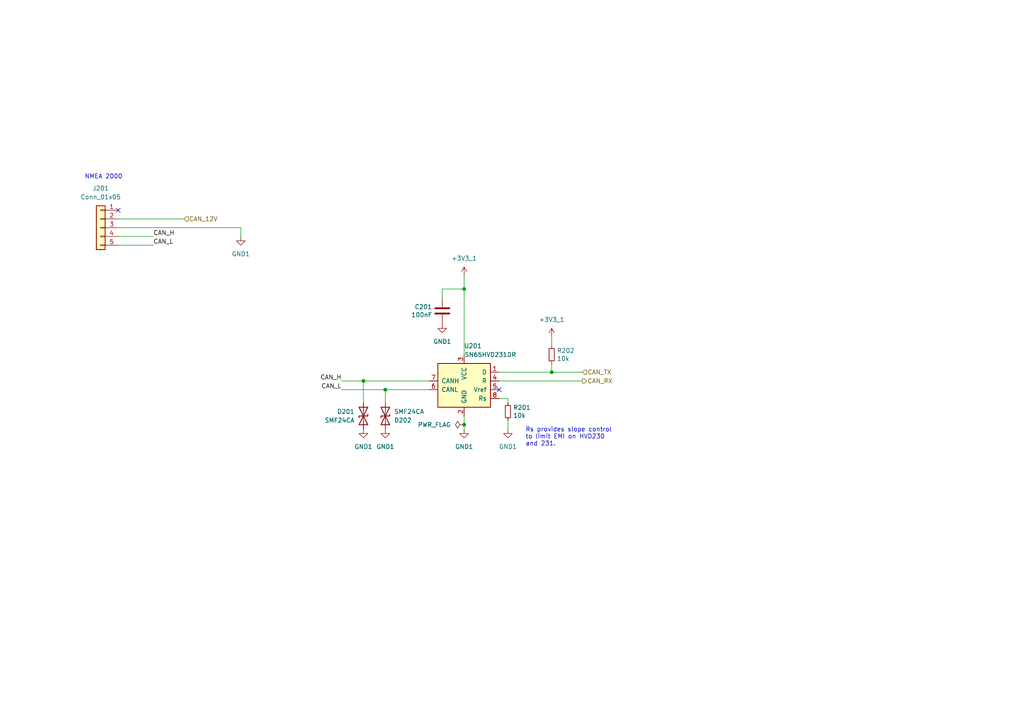
<source format=kicad_sch>
(kicad_sch (version 20211123) (generator eeschema)
  (paper "A4")
  (title_block (title "Sailor Hat WiFi Gateway") (date "2022-03-17") (rev "1.0.0") (company "Hat Labs Ltd") (comment 1 "https://creativecommons.org/licenses/by-sa/4.0") (comment 2 "To view a copy of this license, visit ") (comment 3 "SH-wg is licensed under CC BY-SA 4.0."))
  (lib_symbols
    (symbol "Connector_Generic:Conn_01x05" (pin_names (offset 1.016) hide)
      (property "Reference" "J" (at 0 7.62 0))
      (property "Value" "Conn_01x05" (at 0 -7.62 0))
      (symbol "Conn_01x05_1_1"
        (rectangle (start -1.27 -4.953) (end 0 -5.207) (stroke (width 0.1524)))
        (rectangle (start -1.27 -2.413) (end 0 -2.667) (stroke (width 0.1524)))
        (rectangle (start -1.27 0.127) (end 0 -0.127) (stroke (width 0.1524)))
        (rectangle (start -1.27 2.667) (end 0 2.413) (stroke (width 0.1524)))
        (rectangle (start -1.27 5.207) (end 0 4.953) (stroke (width 0.1524)))
        (rectangle (start -1.27 6.35) (end 1.27 -6.35) (stroke (width 0.254)) (fill (type background)))
        (pin passive line (at -5.08 5.08 0) (length 3.81) (name "Pin_1") (number "1"))
        (pin passive line (at -5.08 2.54 0) (length 3.81) (name "Pin_2") (number "2"))
        (pin passive line (at -5.08 0 0) (length 3.81) (name "Pin_3") (number "3"))
        (pin passive line (at -5.08 -2.54 0) (length 3.81) (name "Pin_4") (number "4"))
        (pin passive line (at -5.08 -5.08 0) (length 3.81) (name "Pin_5") (number "5"))
      )
    )
    (symbol "Device:C" (pin_numbers hide) (pin_names (offset 0.254))
      (property "Reference" "C" (at 0.635 2.54 0))
      (property "Value" "C" (at 0.635 -2.54 0))
      (symbol "C_0_1"
        (polyline (pts (xy -2.032 -0.762) (xy 2.032 -0.762)) (stroke (width 0.508)))
        (polyline (pts (xy -2.032 0.762) (xy 2.032 0.762)) (stroke (width 0.508)))
      )
      (symbol "C_1_1"
        (pin passive line (at 0 3.81 270) (length 2.794) (name "~") (number "1"))
        (pin passive line (at 0 -3.81 90) (length 2.794) (name "~") (number "2"))
      )
    )
    (symbol "Device:D_TVS" (pin_numbers hide) (pin_names (offset 1.016) hide)
      (property "Reference" "D" (at 0 2.54 0))
      (property "Value" "D_TVS" (at 0 -2.54 0))
      (symbol "D_TVS_0_1"
        (polyline (pts (xy 1.27 0) (xy -1.27 0)))
        (polyline (pts (xy 0.508 1.27) (xy 0 1.27) (xy 0 -1.27) (xy -0.508 -1.27)) (stroke (width 0.254)))
        (polyline (pts (xy -2.54 1.27) (xy -2.54 -1.27) (xy 2.54 1.27) (xy 2.54 -1.27) (xy -2.54 1.27)) (stroke (width 0.254)))
      )
      (symbol "D_TVS_1_1"
        (pin passive line (at -3.81 0 0) (length 2.54) (name "A1") (number "1"))
        (pin passive line (at 3.81 0 180) (length 2.54) (name "A2") (number "2"))
      )
    )
    (symbol "Device:R_Small" (pin_numbers hide) (pin_names (offset 0.254) hide)
      (property "Reference" "R" (at 0.762 0.508 0))
      (property "Value" "R_Small" (at 0.762 -1.016 0))
      (symbol "R_Small_0_1"
        (rectangle (start -0.762 1.778) (end 0.762 -1.778) (stroke (width 0.2032)))
      )
      (symbol "R_Small_1_1"
        (pin passive line (at 0 2.54 270) (length 0.762) (name "~") (number "1"))
        (pin passive line (at 0 -2.54 90) (length 0.762) (name "~") (number "2"))
      )
    )
    (symbol "Interface_CAN_LIN:SN65HVD231" (pin_names (offset 1.016))
      (property "Reference" "U" (at -2.54 10.16 0))
      (property "Value" "SN65HVD231" (at -2.54 7.62 0))
      (symbol "SN65HVD231_0_1"
        (rectangle (start -7.62 5.08) (end 7.62 -7.62) (stroke (width 0.254)) (fill (type background)))
      )
      (symbol "SN65HVD231_1_1"
        (pin input line (at -10.16 2.54 0) (length 2.54) (name "D") (number "1"))
        (pin power_in line (at 0 -10.16 90) (length 2.54) (name "GND") (number "2"))
        (pin power_in line (at 0 7.62 270) (length 2.54) (name "VCC") (number "3"))
        (pin output line (at -10.16 0 0) (length 2.54) (name "R") (number "4"))
        (pin output line (at -10.16 -2.54 0) (length 2.54) (name "Vref") (number "5"))
        (pin bidirectional line (at 10.16 -2.54 180) (length 2.54) (name "CANL") (number "6"))
        (pin bidirectional line (at 10.16 0 180) (length 2.54) (name "CANH") (number "7"))
        (pin input line (at -10.16 -5.08 0) (length 2.54) (name "Rs") (number "8"))
      )
    )
    (symbol "SH-wg:+3V3_1" (power) (pin_names (offset 0))
      (property "Value" "+3V3_1" (at 0 3.556 0))
      (symbol "+3V3_1_0_1"
        (polyline (pts (xy -0.762 1.27) (xy 0 2.54)))
        (polyline (pts (xy 0 0) (xy 0 2.54)))
        (polyline (pts (xy 0 2.54) (xy 0.762 1.27)))
      )
      (symbol "+3V3_1_1_1"
        (pin power_in line (at 0 0 90) (length 0) hide (name "+3V3_1") (number "1"))
      )
    )
    (symbol "power:GND1" (power) (pin_names (offset 0))
      (property "Value" "GND1" (at 0 -3.81 0))
      (symbol "GND1_0_1"
        (polyline (pts (xy 0 0) (xy 0 -1.27) (xy 1.27 -1.27) (xy 0 -2.54) (xy -1.27 -1.27) (xy 0 -1.27)))
      )
      (symbol "GND1_1_1"
        (pin power_in line (at 0 0 270) (length 0) hide (name "GND1") (number "1"))
      )
    )
    (symbol "power:PWR_FLAG" (power) (pin_numbers hide) (pin_names (offset 0) hide)
      (property "Value" "PWR_FLAG" (at 0 3.81 0))
      (symbol "PWR_FLAG_0_0"
        (pin power_out line (at 0 0 90) (length 0) (name "pwr") (number "1"))
      )
      (symbol "PWR_FLAG_0_1"
        (polyline (pts (xy 0 0) (xy 0 1.27) (xy -1.016 1.905) (xy 0 2.54) (xy 1.016 1.905) (xy 0 1.27)))
      )
    )
  )
  (junction (at 111.76 113.03))
  (junction (at 105.41 110.49))
  (junction (at 134.62 123.19))
  (junction (at 134.62 83.82))
  (junction (at 160.02 107.95))
  (no_connect (at 144.78 113.03))
  (no_connect (at 34.29 60.96))
  (wire (pts (xy 147.32 116.84) (xy 147.32 115.57)))
  (wire (pts (xy 34.29 66.04) (xy 69.85 66.04)))
  (wire (pts (xy 147.32 124.46) (xy 147.32 121.92)))
  (wire (pts (xy 134.62 123.19) (xy 134.62 120.65)))
  (wire (pts (xy 160.02 107.95) (xy 168.91 107.95)))
  (wire (pts (xy 34.29 71.12) (xy 44.45 71.12)))
  (wire (pts (xy 134.62 83.82) (xy 128.27 83.82)))
  (wire (pts (xy 111.76 113.03) (xy 124.46 113.03)))
  (wire (pts (xy 34.29 68.58) (xy 44.45 68.58)))
  (wire (pts (xy 147.32 115.57) (xy 144.78 115.57)))
  (wire (pts (xy 134.62 80.01) (xy 134.62 83.82)))
  (wire (pts (xy 128.27 86.36) (xy 128.27 83.82)))
  (wire (pts (xy 144.78 107.95) (xy 160.02 107.95)))
  (wire (pts (xy 105.41 110.49) (xy 105.41 116.84)))
  (wire (pts (xy 99.06 113.03) (xy 111.76 113.03)))
  (wire (pts (xy 111.76 113.03) (xy 111.76 116.84)))
  (wire (pts (xy 160.02 105.41) (xy 160.02 107.95)))
  (wire (pts (xy 105.41 110.49) (xy 124.46 110.49)))
  (wire (pts (xy 34.29 63.5) (xy 53.34 63.5)))
  (wire (pts (xy 160.02 97.79) (xy 160.02 100.33)))
  (wire (pts (xy 134.62 83.82) (xy 134.62 102.87)))
  (wire (pts (xy 134.62 124.46) (xy 134.62 123.19)))
  (wire (pts (xy 144.78 110.49) (xy 168.91 110.49)))
  (wire (pts (xy 69.85 68.58) (xy 69.85 66.04)))
  (wire (pts (xy 99.06 110.49) (xy 105.41 110.49)))
  (text "Rs provides slope control\nto limit EMI on HVD230\nand 231." (at 152.4 129.54 0) (effects (font (size 1.27 1.27)) (justify left bottom)))
  (text "NMEA 2000" (at 35.56 52.07 180) (effects (font (size 1.27 1.27)) (justify right bottom)))
  (label "CAN_H" (at 99.06 110.49 180))
  (label "CAN_H" (at 44.45 68.58 0))
  (label "CAN_L" (at 99.06 113.03 180))
  (label "CAN_L" (at 44.45 71.12 0))
  (hierarchical_label "CAN_12V" (shape input) (at 53.34 63.5 0))
  (hierarchical_label "CAN_TX" (shape input) (at 168.91 107.95 0))
  (hierarchical_label "CAN_RX" (shape output) (at 168.91 110.49 0))
  (symbol (lib_id "Device:C") (at 128.27 90.17 0) (mirror y) (unit 1)
    (property "Reference" "C201" (at 125.349 89.0016 0) (effects (justify left)))
    (property "Value" "100nF" (at 125.349 91.313 0) (effects (justify left)))
    (property "Footprint" "Capacitor_SMD:C_0402_1005Metric" (effects hide))
    (property "LCSC" "C1525" (effects hide))
  )
  (symbol (lib_id "Connector_Generic:Conn_01x05") (at 29.21 66.04 0) (mirror y) (unit 1)
    (property "Reference" "J201" (at 29.21 54.61 0))
    (property "Value" "Conn_01x05" (at 29.21 57.15 0))
    (property "Footprint" "SH-ESP32:M12-5A_Male_Horizontal_PCB_Hysik" (effects hide))
  )
  (symbol (lib_id "Interface_CAN_LIN:SN65HVD231") (at 134.62 110.49 0) (mirror y) (unit 1)
    (property "Reference" "U201" (at 137.16 100.33 0))
    (property "Value" "SN65HVD231DR" (at 142.24 102.87 0))
    (property "Footprint" "Package_SO:SOIC-8_3.9x4.9mm_P1.27mm" (effects hide))
    (property "Datasheet" "http://www.ti.com/lit/ds/symlink/sn65hvd230.pdf" (effects hide))
    (property "LCSC" "C129257" (effects hide))
  )
  (symbol (lib_id "Device:R_Small") (at 147.32 119.38 0) (unit 1)
    (property "Reference" "R201" (at 148.8186 118.2116 0) (effects (justify left)))
    (property "Value" "10k" (at 148.8186 120.523 0) (effects (justify left)))
    (property "Footprint" "Resistor_SMD:R_0402_1005Metric" (effects hide))
    (property "LCSC" "C25744" (effects hide))
  )
  (symbol (lib_id "Device:D_TVS") (at 111.76 120.65 270) (mirror x) (unit 1)
    (property "Reference" "D202" (at 114.3 121.9201 90) (effects (justify left)))
    (property "Value" "SMF24CA" (at 114.3 119.3801 90) (effects (justify left)))
    (property "Footprint" "Diode_SMD:D_SOD-123F" (effects hide))
    (property "LCSC" "C353294" (effects hide))
  )
  (symbol (lib_id "SH-wg:+3V3_1") (at 160.02 97.79 0) (unit 1)
    (property "Reference" "#PWR0208" (effects hide))
    (property "Value" "+3V3_1" (at 160.02 92.71 0))
  )
  (symbol (lib_id "Device:R_Small") (at 160.02 102.87 0) (unit 1)
    (property "Reference" "R202" (at 161.5186 101.7016 0) (effects (justify left)))
    (property "Value" "10k" (at 161.5186 104.013 0) (effects (justify left)))
    (property "Footprint" "Resistor_SMD:R_0402_1005Metric" (effects hide))
    (property "LCSC" "C25744" (effects hide))
  )
  (symbol (lib_id "power:GND1") (at 134.62 124.46 0) (unit 1)
    (property "Reference" "#PWR0206" (effects hide))
    (property "Value" "GND1" (at 134.62 129.54 0))
  )
  (symbol (lib_id "SH-wg:+3V3_1") (at 134.62 80.01 0) (unit 1)
    (property "Reference" "#PWR0205" (effects hide))
    (property "Value" "+3V3_1" (at 134.62 74.93 0))
  )
  (symbol (lib_id "Device:D_TVS") (at 105.41 120.65 90) (mirror x) (unit 1)
    (property "Reference" "D201" (at 102.87 119.3799 90) (effects (justify left)))
    (property "Value" "SMF24CA" (at 102.87 121.9199 90) (effects (justify left)))
    (property "Footprint" "Diode_SMD:D_SOD-123F" (effects hide))
    (property "LCSC" "C353294" (effects hide))
  )
  (symbol (lib_id "power:GND1") (at 69.85 68.58 0) (unit 1)
    (property "Reference" "#PWR0201" (effects hide))
    (property "Value" "GND1" (at 69.85 73.66 0))
  )
  (symbol (lib_id "power:GND1") (at 105.41 124.46 0) (unit 1)
    (property "Reference" "#PWR0202" (effects hide))
    (property "Value" "GND1" (at 105.41 129.54 0))
  )
  (symbol (lib_id "power:GND1") (at 111.76 124.46 0) (unit 1)
    (property "Reference" "#PWR0203" (effects hide))
    (property "Value" "GND1" (at 111.76 129.54 0))
  )
  (symbol (lib_id "power:PWR_FLAG") (at 134.62 123.19 90) (unit 1)
    (property "Reference" "#FLG0201" (effects hide))
    (property "Value" "PWR_FLAG" (at 130.81 123.1899 90) (effects (justify left)))
  )
  (symbol (lib_id "power:GND1") (at 128.27 93.98 0) (unit 1)
    (property "Reference" "#PWR0204" (effects hide))
    (property "Value" "GND1" (at 128.27 99.06 0))
  )
  (symbol (lib_id "power:GND1") (at 147.32 124.46 0) (unit 1)
    (property "Reference" "#PWR0207" (effects hide))
    (property "Value" "GND1" (at 147.32 129.54 0))
  )
)
</source>
